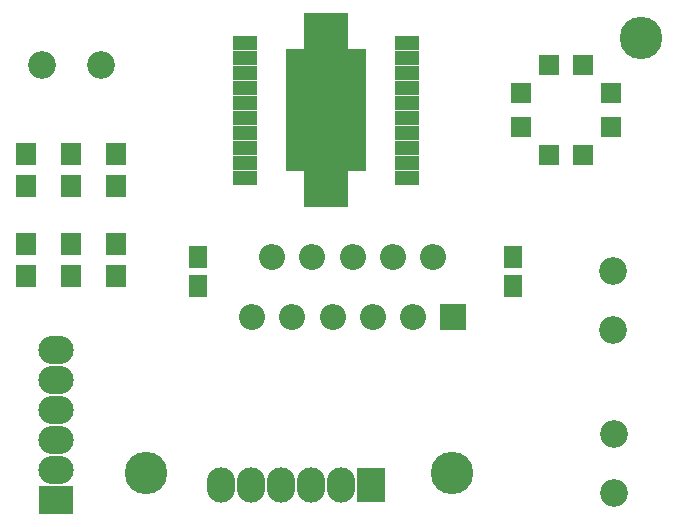
<source format=gbr>
G04 #@! TF.FileFunction,Soldermask,Top*
%FSLAX46Y46*%
G04 Gerber Fmt 4.6, Leading zero omitted, Abs format (unit mm)*
G04 Created by KiCad (PCBNEW 4.0.1-stable) date 23/05/2018 12:47:39*
%MOMM*%
G01*
G04 APERTURE LIST*
%ADD10C,0.100000*%
%ADD11R,1.650000X1.900000*%
%ADD12R,1.700480X1.799540*%
%ADD13R,1.799540X1.700480*%
%ADD14R,1.700000X1.900000*%
%ADD15R,2.099260X1.159460*%
%ADD16R,6.798260X10.399980*%
%ADD17R,3.798520X16.498520*%
%ADD18R,2.200000X2.200000*%
%ADD19O,2.200000X2.200000*%
%ADD20C,2.350000*%
%ADD21R,3.000000X2.400000*%
%ADD22O,3.000000X2.400000*%
%ADD23R,2.400000X3.000000*%
%ADD24O,2.400000X3.000000*%
%ADD25C,3.600000*%
G04 APERTURE END LIST*
D10*
D11*
X88210000Y-44170000D03*
X88210000Y-46670000D03*
X114880000Y-46670000D03*
X114880000Y-44170000D03*
D12*
X120830340Y-27940000D03*
X117929660Y-27940000D03*
D13*
X123190000Y-33200340D03*
X123190000Y-30299660D03*
X115570000Y-33200340D03*
X115570000Y-30299660D03*
D12*
X117929660Y-35560000D03*
X120830340Y-35560000D03*
D14*
X73660000Y-38180000D03*
X73660000Y-35480000D03*
X81280000Y-38180000D03*
X81280000Y-35480000D03*
X77470000Y-38180000D03*
X77470000Y-35480000D03*
D15*
X105905300Y-37465000D03*
X105907840Y-36195000D03*
X105907840Y-34925000D03*
X105907840Y-33655000D03*
X105907840Y-32385000D03*
X105907840Y-31115000D03*
X105907840Y-29845000D03*
X105907840Y-28575000D03*
D16*
X99060000Y-31750000D03*
D15*
X105905300Y-26035000D03*
X105907840Y-27305000D03*
X92212160Y-26035000D03*
X92212160Y-27305000D03*
X92212160Y-28575000D03*
X92212160Y-29845000D03*
X92212160Y-31115000D03*
X92212160Y-32385000D03*
X92212160Y-33655000D03*
X92212160Y-34925000D03*
X92212160Y-36195000D03*
X92214700Y-37465000D03*
D17*
X99060000Y-31750000D03*
D18*
X109800000Y-49230000D03*
D19*
X108100000Y-44150000D03*
X106400000Y-49230000D03*
X104700000Y-44150000D03*
X103000000Y-49230000D03*
X101300000Y-44150000D03*
X99600000Y-49230000D03*
X97900000Y-44150000D03*
X96200000Y-49230000D03*
X94500000Y-44150000D03*
X92800000Y-49230000D03*
D20*
X79970000Y-27940000D03*
X74970000Y-27940000D03*
D21*
X76200000Y-64770000D03*
D22*
X76200000Y-62230000D03*
X76200000Y-59690000D03*
X76200000Y-57150000D03*
X76200000Y-54610000D03*
X76200000Y-52070000D03*
D23*
X102870000Y-63500000D03*
D24*
X100330000Y-63500000D03*
X97790000Y-63500000D03*
X95250000Y-63500000D03*
X92710000Y-63500000D03*
X90170000Y-63500000D03*
D20*
X123320000Y-50350000D03*
X123320000Y-45350000D03*
X123420000Y-59160000D03*
X123420000Y-64160000D03*
D14*
X73660000Y-43100000D03*
X73660000Y-45800000D03*
X81280000Y-43100000D03*
X81280000Y-45800000D03*
X77470000Y-43100000D03*
X77470000Y-45800000D03*
D25*
X109728000Y-62484000D03*
X125700000Y-25600000D03*
X83820000Y-62484000D03*
M02*

</source>
